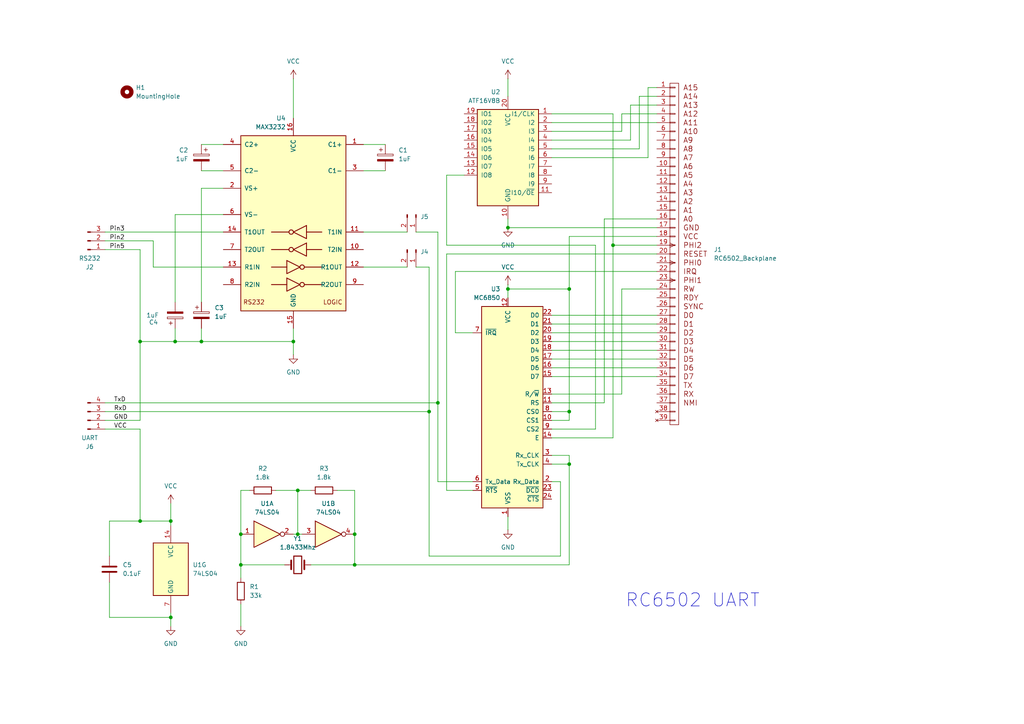
<source format=kicad_sch>
(kicad_sch (version 20231120) (generator "eeschema") (generator_version "8.0")
  (paper "A4")
  (lib_symbols
    (symbol "74xx:74LS04"
      (property "Reference" "U" (at 0 1.27 0))
      (property "Value" "74LS04" (at 0 -1.27 0))
      (symbol "74LS04_1_0"
        (polyline (pts (xy -3.81 3.81) (xy -3.81 -3.81) (xy 3.81 0) (xy -3.81 3.81)) (stroke (width 0.254)) (fill (type background)))
        (pin input line (at -7.62 0 0) (length 3.81) (name "~") (number "1"))
        (pin output inverted (at 7.62 0 180) (length 3.81) (name "~") (number "2"))
      )
      (symbol "74LS04_2_0"
        (polyline (pts (xy -3.81 3.81) (xy -3.81 -3.81) (xy 3.81 0) (xy -3.81 3.81)) (stroke (width 0.254)) (fill (type background)))
        (pin input line (at -7.62 0 0) (length 3.81) (name "~") (number "3"))
        (pin output inverted (at 7.62 0 180) (length 3.81) (name "~") (number "4"))
      )
      (symbol "74LS04_3_0"
        (polyline (pts (xy -3.81 3.81) (xy -3.81 -3.81) (xy 3.81 0) (xy -3.81 3.81)) (stroke (width 0.254)) (fill (type background)))
        (pin input line (at -7.62 0 0) (length 3.81) (name "~") (number "5"))
        (pin output inverted (at 7.62 0 180) (length 3.81) (name "~") (number "6"))
      )
      (symbol "74LS04_4_0"
        (polyline (pts (xy -3.81 3.81) (xy -3.81 -3.81) (xy 3.81 0) (xy -3.81 3.81)) (stroke (width 0.254)) (fill (type background)))
        (pin output inverted (at 7.62 0 180) (length 3.81) (name "~") (number "8"))
        (pin input line (at -7.62 0 0) (length 3.81) (name "~") (number "9"))
      )
      (symbol "74LS04_5_0"
        (polyline (pts (xy -3.81 3.81) (xy -3.81 -3.81) (xy 3.81 0) (xy -3.81 3.81)) (stroke (width 0.254)) (fill (type background)))
        (pin output inverted (at 7.62 0 180) (length 3.81) (name "~") (number "10"))
        (pin input line (at -7.62 0 0) (length 3.81) (name "~") (number "11"))
      )
      (symbol "74LS04_6_0"
        (polyline (pts (xy -3.81 3.81) (xy -3.81 -3.81) (xy 3.81 0) (xy -3.81 3.81)) (stroke (width 0.254)) (fill (type background)))
        (pin output inverted (at 7.62 0 180) (length 3.81) (name "~") (number "12"))
        (pin input line (at -7.62 0 0) (length 3.81) (name "~") (number "13"))
      )
      (symbol "74LS04_7_0"
        (pin power_in line (at 0 12.7 270) (length 5.08) (name "VCC") (number "14"))
        (pin power_in line (at 0 -12.7 90) (length 5.08) (name "GND") (number "7"))
      )
      (symbol "74LS04_7_1"
        (rectangle (start -5.08 7.62) (end 5.08 -7.62) (stroke (width 0.254)) (fill (type background)))
      )
    )
    (symbol "Connector:Conn_01x02_Pin" (pin_names (offset 1.016) hide)
      (property "Reference" "J" (at 0 2.54 0))
      (property "Value" "Conn_01x02_Pin" (at 0 -5.08 0))
      (symbol "Conn_01x02_Pin_1_1"
        (polyline (pts (xy 1.27 -2.54) (xy 0.8636 -2.54)) (stroke (width 0.1524)))
        (polyline (pts (xy 1.27 0) (xy 0.8636 0)) (stroke (width 0.1524)))
        (rectangle (start 0.8636 -2.413) (end 0 -2.667) (stroke (width 0.1524)) (fill (type outline)))
        (rectangle (start 0.8636 0.127) (end 0 -0.127) (stroke (width 0.1524)) (fill (type outline)))
        (pin passive line (at 5.08 0 180) (length 3.81) (name "Pin_1") (number "1"))
        (pin passive line (at 5.08 -2.54 180) (length 3.81) (name "Pin_2") (number "2"))
      )
    )
    (symbol "Connector:Conn_01x03_Pin" (pin_names (offset 1.016) hide)
      (property "Reference" "J" (at 0 5.08 0))
      (property "Value" "Conn_01x03_Pin" (at 0 -5.08 0))
      (symbol "Conn_01x03_Pin_1_1"
        (polyline (pts (xy 1.27 -2.54) (xy 0.8636 -2.54)) (stroke (width 0.1524)))
        (polyline (pts (xy 1.27 0) (xy 0.8636 0)) (stroke (width 0.1524)))
        (polyline (pts (xy 1.27 2.54) (xy 0.8636 2.54)) (stroke (width 0.1524)))
        (rectangle (start 0.8636 -2.413) (end 0 -2.667) (stroke (width 0.1524)) (fill (type outline)))
        (rectangle (start 0.8636 0.127) (end 0 -0.127) (stroke (width 0.1524)) (fill (type outline)))
        (rectangle (start 0.8636 2.667) (end 0 2.413) (stroke (width 0.1524)) (fill (type outline)))
        (pin passive line (at 5.08 2.54 180) (length 3.81) (name "Pin_1") (number "1"))
        (pin passive line (at 5.08 0 180) (length 3.81) (name "Pin_2") (number "2"))
        (pin passive line (at 5.08 -2.54 180) (length 3.81) (name "Pin_3") (number "3"))
      )
    )
    (symbol "Connector:Conn_01x04_Pin" (pin_names (offset 1.016) hide)
      (property "Reference" "J" (at 0 5.08 0))
      (property "Value" "Conn_01x04_Pin" (at 0 -7.62 0))
      (symbol "Conn_01x04_Pin_1_1"
        (polyline (pts (xy 1.27 -5.08) (xy 0.8636 -5.08)) (stroke (width 0.1524)))
        (polyline (pts (xy 1.27 -2.54) (xy 0.8636 -2.54)) (stroke (width 0.1524)))
        (polyline (pts (xy 1.27 0) (xy 0.8636 0)) (stroke (width 0.1524)))
        (polyline (pts (xy 1.27 2.54) (xy 0.8636 2.54)) (stroke (width 0.1524)))
        (rectangle (start 0.8636 -4.953) (end 0 -5.207) (stroke (width 0.1524)) (fill (type outline)))
        (rectangle (start 0.8636 -2.413) (end 0 -2.667) (stroke (width 0.1524)) (fill (type outline)))
        (rectangle (start 0.8636 0.127) (end 0 -0.127) (stroke (width 0.1524)) (fill (type outline)))
        (rectangle (start 0.8636 2.667) (end 0 2.413) (stroke (width 0.1524)) (fill (type outline)))
        (pin passive line (at 5.08 2.54 180) (length 3.81) (name "Pin_1") (number "1"))
        (pin passive line (at 5.08 0 180) (length 3.81) (name "Pin_2") (number "2"))
        (pin passive line (at 5.08 -2.54 180) (length 3.81) (name "Pin_3") (number "3"))
        (pin passive line (at 5.08 -5.08 180) (length 3.81) (name "Pin_4") (number "4"))
      )
    )
    (symbol "Device:C" (pin_numbers hide) (pin_names (offset 0.254))
      (property "Reference" "C" (at 0.635 2.54 0))
      (property "Value" "C" (at 0.635 -2.54 0))
      (symbol "C_0_1"
        (polyline (pts (xy -2.032 -0.762) (xy 2.032 -0.762)) (stroke (width 0.508)))
        (polyline (pts (xy -2.032 0.762) (xy 2.032 0.762)) (stroke (width 0.508)))
      )
      (symbol "C_1_1"
        (pin passive line (at 0 3.81 270) (length 2.794) (name "~") (number "1"))
        (pin passive line (at 0 -3.81 90) (length 2.794) (name "~") (number "2"))
      )
    )
    (symbol "Device:C_Polarized" (pin_numbers hide) (pin_names (offset 0.254))
      (property "Reference" "C" (at 0.635 2.54 0))
      (property "Value" "C_Polarized" (at 0.635 -2.54 0))
      (symbol "C_Polarized_0_1"
        (rectangle (start -2.286 0.508) (end 2.286 1.016))
        (polyline (pts (xy -1.778 2.286) (xy -0.762 2.286)))
        (polyline (pts (xy -1.27 2.794) (xy -1.27 1.778)))
        (rectangle (start 2.286 -0.508) (end -2.286 -1.016) (fill (type outline)))
      )
      (symbol "C_Polarized_1_1"
        (pin passive line (at 0 3.81 270) (length 2.794) (name "~") (number "1"))
        (pin passive line (at 0 -3.81 90) (length 2.794) (name "~") (number "2"))
      )
    )
    (symbol "Device:Crystal" (pin_numbers hide) (pin_names (offset 1.016) hide)
      (property "Reference" "Y" (at 0 3.81 0))
      (property "Value" "Crystal" (at 0 -3.81 0))
      (symbol "Crystal_0_1"
        (rectangle (start -1.143 2.54) (end 1.143 -2.54) (stroke (width 0.3048)))
        (polyline (pts (xy -2.54 0) (xy -1.905 0)))
        (polyline (pts (xy -1.905 -1.27) (xy -1.905 1.27)) (stroke (width 0.508)))
        (polyline (pts (xy 1.905 -1.27) (xy 1.905 1.27)) (stroke (width 0.508)))
        (polyline (pts (xy 2.54 0) (xy 1.905 0)))
      )
      (symbol "Crystal_1_1"
        (pin passive line (at -3.81 0 0) (length 1.27) (name "1") (number "1"))
        (pin passive line (at 3.81 0 180) (length 1.27) (name "2") (number "2"))
      )
    )
    (symbol "Device:R" (pin_numbers hide) (pin_names (offset 0))
      (property "Reference" "R" (at 2.032 0 90))
      (property "Value" "R" (at 0 0 90))
      (symbol "R_0_1"
        (rectangle (start -1.016 -2.54) (end 1.016 2.54) (stroke (width 0.254)))
      )
      (symbol "R_1_1"
        (pin passive line (at 0 3.81 270) (length 1.27) (name "~") (number "1"))
        (pin passive line (at 0 -3.81 90) (length 1.27) (name "~") (number "2"))
      )
    )
    (symbol "Interface_UART:MAX3232" (pin_names (offset 1.016))
      (property "Reference" "U" (at -2.54 28.575 0))
      (property "Value" "MAX3232" (at -2.54 26.67 0))
      (symbol "MAX3232_0_0"
        (text "LOGIC" (at -11.43 -22.86 0) (effects (font (size 1.27 1.27))))
        (text "RS232" (at 11.43 -22.86 0) (effects (font (size 1.27 1.27))))
      )
      (symbol "MAX3232_0_1"
        (rectangle (start -15.24 -25.4) (end 15.24 25.4) (stroke (width 0.254)) (fill (type background)))
        (circle (center -2.54 -17.78) (radius 0.635) (stroke (width 0.254)))
        (circle (center -2.54 -12.7) (radius 0.635) (stroke (width 0.254)))
        (polyline (pts (xy -3.81 -7.62) (xy -8.255 -7.62)) (stroke (width 0.254)))
        (polyline (pts (xy -3.81 -2.54) (xy -8.255 -2.54)) (stroke (width 0.254)))
        (polyline (pts (xy -3.175 -17.78) (xy -8.255 -17.78)) (stroke (width 0.254)))
        (polyline (pts (xy -3.175 -12.7) (xy -8.255 -12.7)) (stroke (width 0.254)))
        (polyline (pts (xy 1.27 -7.62) (xy 6.35 -7.62)) (stroke (width 0.254)))
        (polyline (pts (xy 1.27 -2.54) (xy 6.35 -2.54)) (stroke (width 0.254)))
        (polyline (pts (xy 1.905 -17.78) (xy 6.35 -17.78)) (stroke (width 0.254)))
        (polyline (pts (xy 1.905 -12.7) (xy 6.35 -12.7)) (stroke (width 0.254)))
        (polyline (pts (xy -3.81 -5.715) (xy -3.81 -9.525) (xy 0 -7.62) (xy -3.81 -5.715)) (stroke (width 0.254)))
        (polyline (pts (xy -3.81 -0.635) (xy -3.81 -4.445) (xy 0 -2.54) (xy -3.81 -0.635)) (stroke (width 0.254)))
        (polyline (pts (xy 1.905 -15.875) (xy 1.905 -19.685) (xy -1.905 -17.78) (xy 1.905 -15.875)) (stroke (width 0.254)))
        (polyline (pts (xy 1.905 -10.795) (xy 1.905 -14.605) (xy -1.905 -12.7) (xy 1.905 -10.795)) (stroke (width 0.254)))
        (circle (center 0.635 -7.62) (radius 0.635) (stroke (width 0.254)))
        (circle (center 0.635 -2.54) (radius 0.635) (stroke (width 0.254)))
      )
      (symbol "MAX3232_1_1"
        (pin passive line (at -20.32 22.86 0) (length 5.08) (name "C1+") (number "1"))
        (pin input line (at -20.32 -7.62 0) (length 5.08) (name "T2IN") (number "10"))
        (pin input line (at -20.32 -2.54 0) (length 5.08) (name "T1IN") (number "11"))
        (pin output line (at -20.32 -12.7 0) (length 5.08) (name "R1OUT") (number "12"))
        (pin input line (at 20.32 -12.7 180) (length 5.08) (name "R1IN") (number "13"))
        (pin output line (at 20.32 -2.54 180) (length 5.08) (name "T1OUT") (number "14"))
        (pin power_in line (at 0 -30.48 90) (length 5.08) (name "GND") (number "15"))
        (pin power_in line (at 0 30.48 270) (length 5.08) (name "VCC") (number "16"))
        (pin power_out line (at 20.32 10.16 180) (length 5.08) (name "VS+") (number "2"))
        (pin passive line (at -20.32 15.24 0) (length 5.08) (name "C1-") (number "3"))
        (pin passive line (at 20.32 22.86 180) (length 5.08) (name "C2+") (number "4"))
        (pin passive line (at 20.32 15.24 180) (length 5.08) (name "C2-") (number "5"))
        (pin power_out line (at 20.32 2.54 180) (length 5.08) (name "VS-") (number "6"))
        (pin output line (at 20.32 -7.62 180) (length 5.08) (name "T2OUT") (number "7"))
        (pin input line (at 20.32 -17.78 180) (length 5.08) (name "R2IN") (number "8"))
        (pin output line (at -20.32 -17.78 0) (length 5.08) (name "R2OUT") (number "9"))
      )
    )
    (symbol "Interface_UART:MC6850" (pin_names (offset 1.016))
      (property "Reference" "U" (at -7.366 31.75 0))
      (property "Value" "MC6850" (at 10.414 31.75 0))
      (symbol "MC6850_1_1"
        (rectangle (start -10.16 -27.94) (end 7.62 30.48) (stroke (width 0.254)) (fill (type background)))
        (pin power_in line (at 0 -30.48 90) (length 2.54) (name "VSS") (number "1"))
        (pin input line (at -12.7 -2.54 0) (length 2.54) (name "CS1") (number "10"))
        (pin input line (at -12.7 2.54 0) (length 2.54) (name "RS") (number "11"))
        (pin power_in line (at 0 33.02 270) (length 2.54) (name "VCC") (number "12"))
        (pin input line (at -12.7 5.08 0) (length 2.54) (name "R/~{W}") (number "13"))
        (pin input line (at -12.7 -7.62 0) (length 2.54) (name "E") (number "14"))
        (pin bidirectional line (at -12.7 10.16 0) (length 2.54) (name "D7") (number "15"))
        (pin bidirectional line (at -12.7 12.7 0) (length 2.54) (name "D6") (number "16"))
        (pin bidirectional line (at -12.7 15.24 0) (length 2.54) (name "D5") (number "17"))
        (pin bidirectional line (at -12.7 17.78 0) (length 2.54) (name "D4") (number "18"))
        (pin bidirectional line (at -12.7 20.32 0) (length 2.54) (name "D3") (number "19"))
        (pin input line (at -12.7 -20.32 0) (length 2.54) (name "Rx_Data") (number "2"))
        (pin bidirectional line (at -12.7 22.86 0) (length 2.54) (name "D2") (number "20"))
        (pin bidirectional line (at -12.7 25.4 0) (length 2.54) (name "D1") (number "21"))
        (pin bidirectional line (at -12.7 27.94 0) (length 2.54) (name "D0") (number "22"))
        (pin input line (at -12.7 -22.86 0) (length 2.54) (name "~{DCD}") (number "23"))
        (pin input line (at -12.7 -25.4 0) (length 2.54) (name "~{CTS}") (number "24"))
        (pin input line (at -12.7 -12.7 0) (length 2.54) (name "Rx_CLK") (number "3"))
        (pin input line (at -12.7 -15.24 0) (length 2.54) (name "Tx_CLK") (number "4"))
        (pin output line (at 10.16 -22.86 180) (length 2.54) (name "~{RTS}") (number "5"))
        (pin output line (at 10.16 -20.32 180) (length 2.54) (name "Tx_Data") (number "6"))
        (pin output line (at 10.16 22.86 180) (length 2.54) (name "~{IRQ}") (number "7"))
        (pin input line (at -12.7 0 0) (length 2.54) (name "CS0") (number "8"))
        (pin input line (at -12.7 -5.08 0) (length 2.54) (name "CS2") (number "9"))
      )
    )
    (symbol "Logic_Programmable:GAL16V8" (pin_names (offset 1.016))
      (property "Reference" "U" (at -8.89 16.51 0))
      (property "Value" "GAL16V8" (at 1.27 16.51 0))
      (symbol "GAL16V8_0_0"
        (pin power_in line (at 0 -17.78 90) (length 3.81) (name "GND") (number "10"))
        (pin power_in line (at 0 17.78 270) (length 3.81) (name "VCC") (number "20"))
      )
      (symbol "GAL16V8_0_1"
        (rectangle (start -8.89 13.97) (end 8.89 -13.97) (stroke (width 0.254)) (fill (type background)))
      )
      (symbol "GAL16V8_1_1"
        (pin input line (at -12.7 12.7 0) (length 3.81) (name "I1/CLK") (number "1"))
        (pin input line (at -12.7 -10.16 0) (length 3.81) (name "I10/~{OE}") (number "11"))
        (pin tri_state line (at 12.7 -5.08 180) (length 3.81) (name "IO8") (number "12"))
        (pin tri_state line (at 12.7 -2.54 180) (length 3.81) (name "IO7") (number "13"))
        (pin tri_state line (at 12.7 0 180) (length 3.81) (name "IO6") (number "14"))
        (pin tri_state line (at 12.7 2.54 180) (length 3.81) (name "IO5") (number "15"))
        (pin tri_state line (at 12.7 5.08 180) (length 3.81) (name "IO4") (number "16"))
        (pin tri_state line (at 12.7 7.62 180) (length 3.81) (name "I03") (number "17"))
        (pin tri_state line (at 12.7 10.16 180) (length 3.81) (name "IO2") (number "18"))
        (pin tri_state line (at 12.7 12.7 180) (length 3.81) (name "IO1") (number "19"))
        (pin input line (at -12.7 10.16 0) (length 3.81) (name "I2") (number "2"))
        (pin input line (at -12.7 7.62 0) (length 3.81) (name "I3") (number "3"))
        (pin input line (at -12.7 5.08 0) (length 3.81) (name "I4") (number "4"))
        (pin input line (at -12.7 2.54 0) (length 3.81) (name "I5") (number "5"))
        (pin input line (at -12.7 0 0) (length 3.81) (name "I6") (number "6"))
        (pin input line (at -12.7 -2.54 0) (length 3.81) (name "I7") (number "7"))
        (pin input line (at -12.7 -5.08 0) (length 3.81) (name "I8") (number "8"))
        (pin input line (at -12.7 -7.62 0) (length 3.81) (name "I9") (number "9"))
      )
    )
    (symbol "Mechanical:MountingHole" (pin_names (offset 1.016)) (exclude_from_sim yes) (in_bom no)
      (property "Reference" "H" (at 0 5.08 0))
      (property "Value" "MountingHole" (at 0 3.175 0))
      (symbol "MountingHole_0_1"
        (circle (center 0 0) (radius 1.27) (stroke (width 1.27)))
      )
    )
    (symbol "power:GND" (power) (pin_numbers hide) (pin_names (offset 0) hide)
      (property "Value" "GND" (at 0 -3.81 0))
      (symbol "GND_0_1"
        (polyline (pts (xy 0 0) (xy 0 -1.27) (xy 1.27 -1.27) (xy 0 -2.54) (xy -1.27 -1.27) (xy 0 -1.27)))
      )
      (symbol "GND_1_1"
        (pin power_in line (at 0 0 270) (length 0) (name "~") (number "1"))
      )
    )
    (symbol "power:VCC" (power) (pin_numbers hide) (pin_names (offset 0) hide)
      (property "Value" "VCC" (at 0 3.556 0))
      (symbol "VCC_0_1"
        (polyline (pts (xy -0.762 1.27) (xy 0 2.54)))
        (polyline (pts (xy 0 0) (xy 0 2.54)))
        (polyline (pts (xy 0 2.54) (xy 0.762 1.27)))
      )
      (symbol "VCC_1_1"
        (pin power_in line (at 0 0 90) (length 0) (name "~") (number "1"))
      )
    )
    (symbol "rc6502_backplane:RC6502_Backplane" (pin_names (offset 1.016) hide)
      (property "Reference" "J" (at 0 50.8 0))
      (property "Value" "RC6502_Backplane" (at 11.43 -1.27 90))
      (symbol "RC6502_Backplane_0_0"
        (text "A0" (at 2.54 10.16 0) (effects (font (size 1.524 1.524)) (justify left)))
        (text "A1" (at 2.54 12.7 0) (effects (font (size 1.524 1.524)) (justify left)))
        (text "A10" (at 2.54 35.56 0) (effects (font (size 1.524 1.524)) (justify left)))
        (text "A11" (at 2.54 38.1 0) (effects (font (size 1.524 1.524)) (justify left)))
        (text "A12" (at 2.54 40.64 0) (effects (font (size 1.524 1.524)) (justify left)))
        (text "A13" (at 2.54 43.18 0) (effects (font (size 1.524 1.524)) (justify left)))
        (text "A14" (at 2.54 45.72 0) (effects (font (size 1.524 1.524)) (justify left)))
        (text "A15" (at 2.54 48.26 0) (effects (font (size 1.524 1.524)) (justify left)))
        (text "A2" (at 2.54 15.24 0) (effects (font (size 1.524 1.524)) (justify left)))
        (text "A3" (at 2.54 17.78 0) (effects (font (size 1.524 1.524)) (justify left)))
        (text "A4" (at 2.54 20.32 0) (effects (font (size 1.524 1.524)) (justify left)))
        (text "A5" (at 2.54 22.86 0) (effects (font (size 1.524 1.524)) (justify left)))
        (text "A6" (at 2.54 25.4 0) (effects (font (size 1.524 1.524)) (justify left)))
        (text "A7" (at 2.54 27.94 0) (effects (font (size 1.524 1.524)) (justify left)))
        (text "A8" (at 2.54 30.48 0) (effects (font (size 1.524 1.524)) (justify left)))
        (text "A9" (at 2.54 33.02 0) (effects (font (size 1.524 1.524)) (justify left)))
        (text "D0" (at 2.54 -17.78 0) (effects (font (size 1.524 1.524)) (justify left)))
        (text "D1" (at 2.54 -20.32 0) (effects (font (size 1.524 1.524)) (justify left)))
        (text "D2" (at 2.54 -22.86 0) (effects (font (size 1.524 1.524)) (justify left)))
        (text "D3" (at 2.54 -25.4 0) (effects (font (size 1.524 1.524)) (justify left)))
        (text "D4" (at 2.54 -27.94 0) (effects (font (size 1.524 1.524)) (justify left)))
        (text "D5" (at 2.54 -30.48 0) (effects (font (size 1.524 1.524)) (justify left)))
        (text "D6" (at 2.54 -33.02 0) (effects (font (size 1.524 1.524)) (justify left)))
        (text "D7" (at 2.54 -35.56 0) (effects (font (size 1.524 1.524)) (justify left)))
        (text "GND" (at 2.54 7.62 0) (effects (font (size 1.524 1.524)) (justify left)))
        (text "IRQ" (at 2.54 -5.08 0) (effects (font (size 1.524 1.524)) (justify left)))
        (text "NMI" (at 2.54 -43.18 0) (effects (font (size 1.524 1.524)) (justify left)))
        (text "PHI0" (at 2.54 -2.54 0) (effects (font (size 1.524 1.524)) (justify left)))
        (text "PHI1" (at 2.54 -7.62 0) (effects (font (size 1.524 1.524)) (justify left)))
        (text "PHI2" (at 2.54 2.54 0) (effects (font (size 1.524 1.524)) (justify left)))
        (text "RDY" (at 2.54 -12.7 0) (effects (font (size 1.524 1.524)) (justify left)))
        (text "RESET" (at 2.54 0 0) (effects (font (size 1.524 1.524)) (justify left)))
        (text "RW" (at 2.54 -10.16 0) (effects (font (size 1.524 1.524)) (justify left)))
        (text "RX" (at 2.54 -40.64 0) (effects (font (size 1.524 1.524)) (justify left)))
        (text "SYNC" (at 2.54 -15.24 0) (effects (font (size 1.524 1.524)) (justify left)))
        (text "TX" (at 2.54 -38.1 0) (effects (font (size 1.524 1.524)) (justify left)))
        (text "VCC" (at 2.54 5.08 0) (effects (font (size 1.524 1.524)) (justify left)))
      )
      (symbol "RC6502_Backplane_0_1"
        (rectangle (start -1.27 -49.53) (end 1.27 49.53))
        (rectangle (start -1.27 -48.133) (end 0.254 -48.387))
        (rectangle (start -1.27 -45.593) (end 0.254 -45.847))
        (rectangle (start -1.27 -43.053) (end 0.254 -43.307))
        (rectangle (start -1.27 -40.513) (end 0.254 -40.767))
        (rectangle (start -1.27 -37.973) (end 0.254 -38.227))
        (rectangle (start -1.27 -35.433) (end 0.254 -35.687))
        (rectangle (start -1.27 -32.893) (end 0.254 -33.147))
        (rectangle (start -1.27 -30.353) (end 0.254 -30.607))
        (rectangle (start -1.27 -27.813) (end 0.254 -28.067))
        (rectangle (start -1.27 -25.273) (end 0.254 -25.527))
        (rectangle (start -1.27 -22.733) (end 0.254 -22.987))
        (rectangle (start -1.27 -20.193) (end 0.254 -20.447))
        (rectangle (start -1.27 -17.653) (end 0.254 -17.907))
        (rectangle (start -1.27 -15.113) (end 0.254 -15.367))
        (rectangle (start -1.27 -12.573) (end 0.254 -12.827))
        (rectangle (start -1.27 -10.033) (end 0.254 -10.287))
        (rectangle (start -1.27 -7.493) (end 0.254 -7.747))
        (rectangle (start -1.27 -4.953) (end 0.254 -5.207))
        (rectangle (start -1.27 -2.413) (end 0.254 -2.667))
        (rectangle (start -1.27 0.127) (end 0.254 -0.127))
        (rectangle (start -1.27 2.667) (end 0.254 2.413))
        (rectangle (start -1.27 5.207) (end 0.254 4.953))
        (rectangle (start -1.27 7.747) (end 0.254 7.493))
        (rectangle (start -1.27 10.287) (end 0.254 10.033))
        (rectangle (start -1.27 12.827) (end 0.254 12.573))
        (rectangle (start -1.27 15.367) (end 0.254 15.113))
        (rectangle (start -1.27 17.907) (end 0.254 17.653))
        (rectangle (start -1.27 20.447) (end 0.254 20.193))
        (rectangle (start -1.27 22.987) (end 0.254 22.733))
        (rectangle (start -1.27 25.527) (end 0.254 25.273))
        (rectangle (start -1.27 28.067) (end 0.254 27.813))
        (rectangle (start -1.27 30.607) (end 0.254 30.353))
        (rectangle (start -1.27 33.147) (end 0.254 32.893))
        (rectangle (start -1.27 35.687) (end 0.254 35.433))
        (rectangle (start -1.27 38.227) (end 0.254 37.973))
        (rectangle (start -1.27 40.767) (end 0.254 40.513))
        (rectangle (start -1.27 43.307) (end 0.254 43.053))
        (rectangle (start -1.27 45.847) (end 0.254 45.593))
        (rectangle (start -1.27 48.387) (end 0.254 48.133))
      )
      (symbol "RC6502_Backplane_1_1"
        (pin bidirectional line (at -5.08 48.26 0) (length 3.81) (name "A15") (number "1"))
        (pin bidirectional line (at -5.08 25.4 0) (length 3.81) (name "A6") (number "10"))
        (pin bidirectional line (at -5.08 22.86 0) (length 3.81) (name "A5") (number "11"))
        (pin bidirectional line (at -5.08 20.32 0) (length 3.81) (name "A4") (number "12"))
        (pin bidirectional line (at -5.08 17.78 0) (length 3.81) (name "A3") (number "13"))
        (pin bidirectional line (at -5.08 15.24 0) (length 3.81) (name "A2") (number "14"))
        (pin bidirectional line (at -5.08 12.7 0) (length 3.81) (name "A1") (number "15"))
        (pin bidirectional line (at -5.08 10.16 0) (length 3.81) (name "A0") (number "16"))
        (pin power_out line (at -5.08 7.62 0) (length 3.81) (name "P17") (number "17"))
        (pin power_out line (at -5.08 5.08 0) (length 3.81) (name "P18") (number "18"))
        (pin bidirectional clock (at -5.08 2.54 0) (length 3.81) (name "PHI2") (number "19"))
        (pin bidirectional line (at -5.08 45.72 0) (length 3.81) (name "A14") (number "2"))
        (pin bidirectional line (at -5.08 0 0) (length 3.81) (name "RESET") (number "20"))
        (pin bidirectional clock (at -5.08 -2.54 0) (length 3.81) (name "PHI0") (number "21"))
        (pin bidirectional line (at -5.08 -5.08 0) (length 3.81) (name "IRQ") (number "22"))
        (pin bidirectional clock (at -5.08 -7.62 0) (length 3.81) (name "PHI1") (number "23"))
        (pin bidirectional line (at -5.08 -10.16 0) (length 3.81) (name "RW") (number "24"))
        (pin bidirectional line (at -5.08 -12.7 0) (length 3.81) (name "READY") (number "25"))
        (pin bidirectional line (at -5.08 -15.24 0) (length 3.81) (name "SYNC") (number "26"))
        (pin bidirectional line (at -5.08 -17.78 0) (length 3.81) (name "D0") (number "27"))
        (pin bidirectional line (at -5.08 -20.32 0) (length 3.81) (name "D1") (number "28"))
        (pin bidirectional line (at -5.08 -22.86 0) (length 3.81) (name "D2") (number "29"))
        (pin bidirectional line (at -5.08 43.18 0) (length 3.81) (name "A13") (number "3"))
        (pin bidirectional line (at -5.08 -25.4 0) (length 3.81) (name "D3") (number "30"))
        (pin bidirectional line (at -5.08 -27.94 0) (length 3.81) (name "D4") (number "31"))
        (pin bidirectional line (at -5.08 -30.48 0) (length 3.81) (name "D5") (number "32"))
        (pin bidirectional line (at -5.08 -33.02 0) (length 3.81) (name "D6") (number "33"))
        (pin bidirectional line (at -5.08 -35.56 0) (length 3.81) (name "D7") (number "34"))
        (pin bidirectional line (at -5.08 -38.1 0) (length 3.81) (name "TX") (number "35"))
        (pin bidirectional line (at -5.08 -40.64 0) (length 3.81) (name "RX") (number "36"))
        (pin bidirectional line (at -5.08 -43.18 0) (length 3.81) (name "NMI") (number "37"))
        (pin no_connect line (at -5.08 -45.72 0) (length 3.81) (name "P38") (number "38"))
        (pin no_connect line (at -5.08 -48.26 0) (length 3.81) (name "P39") (number "39"))
        (pin bidirectional line (at -5.08 40.64 0) (length 3.81) (name "A12") (number "4"))
        (pin bidirectional line (at -5.08 38.1 0) (length 3.81) (name "A11") (number "5"))
        (pin bidirectional line (at -5.08 35.56 0) (length 3.81) (name "A10") (number "6"))
        (pin bidirectional line (at -5.08 33.02 0) (length 3.81) (name "A9") (number "7"))
        (pin bidirectional line (at -5.08 30.48 0) (length 3.81) (name "A8") (number "8"))
        (pin bidirectional line (at -5.08 27.94 0) (length 3.81) (name "A7") (number "9"))
      )
    )
  )
  (junction (at 69.85 163.83))
  (junction (at 177.8 71.12))
  (junction (at 165.1 83.82))
  (junction (at 147.32 83.82))
  (junction (at 40.64 151.13))
  (junction (at 165.1 119.38))
  (junction (at 49.53 179.07))
  (junction (at 49.53 151.13))
  (junction (at 85.09 99.06))
  (junction (at 147.32 66.04))
  (junction (at 50.8 99.06))
  (junction (at 58.42 99.06))
  (junction (at 165.1 134.62))
  (junction (at 86.36 142.24))
  (junction (at 40.64 99.06))
  (junction (at 127 116.84))
  (junction (at 102.87 163.83))
  (junction (at 69.85 154.94))
  (junction (at 124.46 119.38))
  (junction (at 102.87 154.94))
  (junction (at 86.36 154.94))
  (wire (pts (xy 129.54 142.24) (xy 137.16 142.24)))
  (wire (pts (xy 185.42 27.94) (xy 190.5 27.94)))
  (wire (pts (xy 147.32 82.55) (xy 147.32 83.82)))
  (wire (pts (xy 69.85 163.83) (xy 69.85 154.94)))
  (wire (pts (xy 160.02 116.84) (xy 175.26 116.84)))
  (wire (pts (xy 69.85 163.83) (xy 82.55 163.83)))
  (wire (pts (xy 97.79 142.24) (xy 102.87 142.24)))
  (wire (pts (xy 58.42 54.61) (xy 58.42 87.63)))
  (wire (pts (xy 129.54 71.12) (xy 172.72 71.12)))
  (wire (pts (xy 44.45 69.85) (xy 44.45 77.47)))
  (wire (pts (xy 147.32 66.04) (xy 190.5 66.04)))
  (wire (pts (xy 49.53 179.07) (xy 49.53 181.61)))
  (wire (pts (xy 160.02 35.56) (xy 190.5 35.56)))
  (wire (pts (xy 31.75 179.07) (xy 49.53 179.07)))
  (wire (pts (xy 31.75 161.29) (xy 31.75 151.13)))
  (wire (pts (xy 90.17 163.83) (xy 102.87 163.83)))
  (wire (pts (xy 105.41 41.91) (xy 111.76 41.91)))
  (wire (pts (xy 80.01 142.24) (xy 86.36 142.24)))
  (wire (pts (xy 190.5 83.82) (xy 180.34 83.82)))
  (wire (pts (xy 40.64 99.06) (xy 50.8 99.06)))
  (wire (pts (xy 134.62 50.8) (xy 129.54 50.8)))
  (wire (pts (xy 58.42 49.53) (xy 64.77 49.53)))
  (wire (pts (xy 50.8 62.23) (xy 50.8 87.63)))
  (wire (pts (xy 105.41 67.31) (xy 118.11 67.31)))
  (wire (pts (xy 129.54 50.8) (xy 129.54 71.12)))
  (wire (pts (xy 160.02 45.72) (xy 187.96 45.72)))
  (wire (pts (xy 49.53 146.05) (xy 49.53 151.13)))
  (wire (pts (xy 175.26 63.5) (xy 190.5 63.5)))
  (wire (pts (xy 85.09 95.25) (xy 85.09 99.06)))
  (wire (pts (xy 187.96 25.4) (xy 190.5 25.4)))
  (wire (pts (xy 40.64 72.39) (xy 40.64 99.06)))
  (wire (pts (xy 162.56 161.29) (xy 162.56 139.7)))
  (wire (pts (xy 162.56 139.7) (xy 160.02 139.7)))
  (wire (pts (xy 85.09 99.06) (xy 85.09 102.87)))
  (wire (pts (xy 160.02 114.3) (xy 180.34 114.3)))
  (wire (pts (xy 127 116.84) (xy 127 139.7)))
  (wire (pts (xy 175.26 116.84) (xy 175.26 63.5)))
  (wire (pts (xy 185.42 43.18) (xy 185.42 27.94)))
  (wire (pts (xy 165.1 68.58) (xy 165.1 83.82)))
  (wire (pts (xy 50.8 99.06) (xy 58.42 99.06)))
  (wire (pts (xy 69.85 154.94) (xy 69.85 142.24)))
  (wire (pts (xy 58.42 41.91) (xy 64.77 41.91)))
  (wire (pts (xy 30.48 67.31) (xy 64.77 67.31)))
  (wire (pts (xy 190.5 71.12) (xy 177.8 71.12)))
  (wire (pts (xy 50.8 62.23) (xy 64.77 62.23)))
  (wire (pts (xy 165.1 132.08) (xy 165.1 134.62)))
  (wire (pts (xy 190.5 78.74) (xy 132.08 78.74)))
  (wire (pts (xy 165.1 119.38) (xy 165.1 83.82)))
  (wire (pts (xy 190.5 68.58) (xy 165.1 68.58)))
  (wire (pts (xy 102.87 142.24) (xy 102.87 154.94)))
  (wire (pts (xy 129.54 73.66) (xy 129.54 142.24)))
  (wire (pts (xy 180.34 33.02) (xy 190.5 33.02)))
  (wire (pts (xy 160.02 109.22) (xy 190.5 109.22)))
  (wire (pts (xy 160.02 99.06) (xy 190.5 99.06)))
  (wire (pts (xy 180.34 83.82) (xy 180.34 114.3)))
  (wire (pts (xy 105.41 49.53) (xy 111.76 49.53)))
  (wire (pts (xy 160.02 101.6) (xy 190.5 101.6)))
  (wire (pts (xy 124.46 77.47) (xy 124.46 119.38)))
  (wire (pts (xy 160.02 106.68) (xy 190.5 106.68)))
  (wire (pts (xy 165.1 121.92) (xy 165.1 119.38)))
  (wire (pts (xy 31.75 168.91) (xy 31.75 179.07)))
  (wire (pts (xy 165.1 134.62) (xy 165.1 163.83)))
  (wire (pts (xy 187.96 45.72) (xy 187.96 25.4)))
  (wire (pts (xy 177.8 71.12) (xy 177.8 33.02)))
  (wire (pts (xy 50.8 95.25) (xy 50.8 99.06)))
  (wire (pts (xy 69.85 175.26) (xy 69.85 181.61)))
  (wire (pts (xy 85.09 22.86) (xy 85.09 34.29)))
  (wire (pts (xy 120.65 77.47) (xy 124.46 77.47)))
  (wire (pts (xy 30.48 119.38) (xy 124.46 119.38)))
  (wire (pts (xy 124.46 119.38) (xy 124.46 161.29)))
  (wire (pts (xy 30.48 72.39) (xy 40.64 72.39)))
  (wire (pts (xy 30.48 116.84) (xy 127 116.84)))
  (wire (pts (xy 182.88 40.64) (xy 182.88 30.48)))
  (wire (pts (xy 160.02 119.38) (xy 165.1 119.38)))
  (wire (pts (xy 85.09 154.94) (xy 86.36 154.94)))
  (wire (pts (xy 69.85 142.24) (xy 72.39 142.24)))
  (wire (pts (xy 172.72 124.46) (xy 160.02 124.46)))
  (wire (pts (xy 165.1 163.83) (xy 102.87 163.83)))
  (wire (pts (xy 160.02 93.98) (xy 190.5 93.98)))
  (wire (pts (xy 86.36 142.24) (xy 86.36 154.94)))
  (wire (pts (xy 58.42 99.06) (xy 85.09 99.06)))
  (wire (pts (xy 180.34 38.1) (xy 180.34 33.02)))
  (wire (pts (xy 49.53 151.13) (xy 49.53 152.4)))
  (wire (pts (xy 160.02 134.62) (xy 165.1 134.62)))
  (wire (pts (xy 132.08 96.52) (xy 137.16 96.52)))
  (wire (pts (xy 31.75 151.13) (xy 40.64 151.13)))
  (wire (pts (xy 165.1 83.82) (xy 147.32 83.82)))
  (wire (pts (xy 124.46 161.29) (xy 162.56 161.29)))
  (wire (pts (xy 160.02 104.14) (xy 190.5 104.14)))
  (wire (pts (xy 40.64 151.13) (xy 49.53 151.13)))
  (wire (pts (xy 147.32 63.5) (xy 147.32 66.04)))
  (wire (pts (xy 30.48 69.85) (xy 44.45 69.85)))
  (wire (pts (xy 160.02 127) (xy 177.8 127)))
  (wire (pts (xy 44.45 77.47) (xy 64.77 77.47)))
  (wire (pts (xy 160.02 40.64) (xy 182.88 40.64)))
  (wire (pts (xy 147.32 149.86) (xy 147.32 153.67)))
  (wire (pts (xy 127 67.31) (xy 127 116.84)))
  (wire (pts (xy 160.02 121.92) (xy 165.1 121.92)))
  (wire (pts (xy 182.88 30.48) (xy 190.5 30.48)))
  (wire (pts (xy 30.48 121.92) (xy 40.64 121.92)))
  (wire (pts (xy 160.02 96.52) (xy 190.5 96.52)))
  (wire (pts (xy 30.48 124.46) (xy 40.64 124.46)))
  (wire (pts (xy 58.42 54.61) (xy 64.77 54.61)))
  (wire (pts (xy 160.02 43.18) (xy 185.42 43.18)))
  (wire (pts (xy 190.5 73.66) (xy 129.54 73.66)))
  (wire (pts (xy 132.08 78.74) (xy 132.08 96.52)))
  (wire (pts (xy 49.53 177.8) (xy 49.53 179.07)))
  (wire (pts (xy 58.42 95.25) (xy 58.42 99.06)))
  (wire (pts (xy 160.02 91.44) (xy 190.5 91.44)))
  (wire (pts (xy 177.8 127) (xy 177.8 71.12)))
  (wire (pts (xy 86.36 142.24) (xy 90.17 142.24)))
  (wire (pts (xy 147.32 83.82) (xy 147.32 86.36)))
  (wire (pts (xy 102.87 163.83) (xy 102.87 154.94)))
  (wire (pts (xy 160.02 33.02) (xy 177.8 33.02)))
  (wire (pts (xy 160.02 132.08) (xy 165.1 132.08)))
  (wire (pts (xy 172.72 71.12) (xy 172.72 124.46)))
  (wire (pts (xy 147.32 22.86) (xy 147.32 27.94)))
  (wire (pts (xy 120.65 67.31) (xy 127 67.31)))
  (wire (pts (xy 127 139.7) (xy 137.16 139.7)))
  (wire (pts (xy 40.64 121.92) (xy 40.64 99.06)))
  (wire (pts (xy 105.41 77.47) (xy 118.11 77.47)))
  (wire (pts (xy 86.36 154.94) (xy 87.63 154.94)))
  (wire (pts (xy 160.02 38.1) (xy 180.34 38.1)))
  (wire (pts (xy 69.85 163.83) (xy 69.85 167.64)))
  (wire (pts (xy 40.64 124.46) (xy 40.64 151.13)))
  (text "RC6502 UART" (at 200.914 174.244 0) (effects (font (size 3.81 3.81))))
  (label "GND" (at 33.02 121.92 0))
  (label "VCC" (at 33.02 124.46 0))
  (label "TxD" (at 33.02 116.84 0))
  (label "Pin2" (at 31.75 69.85 0))
  (label "RxD" (at 33.02 119.38 0))
  (label "Pin3" (at 31.75 67.31 0))
  (label "Pin5" (at 31.75 72.39 0))
  (symbol (lib_id "Device:R") (at 93.98 142.24 90) (unit 1)
    (property "Reference" "R3" (at 93.98 135.89 90))
    (property "Value" "1.8k" (at 93.98 138.43 90))
    (property "Footprint" "Resistor_THT:R_Axial_DIN0207_L6.3mm_D2.5mm_P10.16mm_Horizontal" (effects (hide yes)))
    (property "Description" "Resistor" (effects (hide yes)))
  )
  (symbol (lib_id "power:VCC") (at 147.32 22.86 0) (unit 1)
    (property "Reference" "#PWR02" (effects (hide yes)))
    (property "Value" "VCC" (at 147.32 17.78 0))
    (property "Description" "Power symbol creates a global label with name \"VCC\"" (effects (hide yes)))
  )
  (symbol (lib_id "Connector:Conn_01x04_Pin") (at 25.4 121.92 0) (mirror x) (unit 1)
    (property "Reference" "J6" (at 26.035 129.54 0))
    (property "Value" "UART" (at 26.035 127 0))
    (property "Footprint" "Connector_PinSocket_2.54mm:PinSocket_1x04_P2.54mm_Vertical" (effects (hide yes)))
    (property "Description" "Generic connector, single row, 01x04, script generated" (effects (hide yes)))
  )
  (symbol (lib_id "Device:R") (at 69.85 171.45 180) (unit 1)
    (property "Reference" "R1" (at 72.39 170.1799 0) (effects (justify right)))
    (property "Value" "33k" (at 72.39 172.7199 0) (effects (justify right)))
    (property "Footprint" "Resistor_THT:R_Axial_DIN0207_L6.3mm_D2.5mm_P10.16mm_Horizontal" (effects (hide yes)))
    (property "Description" "Resistor" (effects (hide yes)))
  )
  (symbol (lib_id "Device:C_Polarized") (at 58.42 45.72 0) (mirror y) (unit 1)
    (property "Reference" "C2" (at 54.61 43.5609 0) (effects (justify left)))
    (property "Value" "1uF" (at 54.61 46.1009 0) (effects (justify left)))
    (property "Footprint" "Capacitor_THT:C_Disc_D4.3mm_W1.9mm_P5.00mm" (effects (hide yes)))
    (property "Description" "Polarized capacitor" (effects (hide yes)))
  )
  (symbol (lib_id "Device:C_Polarized") (at 111.76 45.72 0) (unit 1)
    (property "Reference" "C1" (at 115.57 43.5609 0) (effects (justify left)))
    (property "Value" "1uF" (at 115.57 46.1009 0) (effects (justify left)))
    (property "Footprint" "Capacitor_THT:C_Disc_D4.3mm_W1.9mm_P5.00mm" (effects (hide yes)))
    (property "Description" "Polarized capacitor" (effects (hide yes)))
  )
  (symbol (lib_id "rc6502_backplane:RC6502_Backplane") (at 195.58 73.66 0) (unit 1)
    (property "Reference" "J1" (at 207.01 72.3899 0) (effects (justify left)))
    (property "Value" "RC6502_Backplane" (at 207.01 74.9299 0) (effects (justify left)))
    (property "Footprint" "Connector_PinSocket_2.54mm:PinSocket_1x39_P2.54mm_Vertical" (effects (hide yes)))
  )
  (symbol (lib_id "Interface_UART:MAX3232") (at 85.09 64.77 0) (mirror y) (unit 1)
    (property "Reference" "U4" (at 82.8959 34.29 0) (effects (justify left)))
    (property "Value" "MAX3232" (at 82.8959 36.83 0) (effects (justify left)))
    (property "Footprint" "Package_DIP:DIP-16_W7.62mm" (effects (hide yes)))
    (property "Datasheet" "https://datasheets.maximintegrated.com/en/ds/MAX3222-MAX3241.pdf" (effects (hide yes)))
    (property "Description" "3.0V to 5.5V, Low-Power, up to 1Mbps, True RS-232 Transceivers Using Four 0.1μF External Capacitors" (effects (hide yes)))
  )
  (symbol (lib_id "Connector:Conn_01x02_Pin") (at 120.65 72.39 270) (unit 1)
    (property "Reference" "J4" (at 121.92 73.0249 90) (effects (justify left)))
    (property "Value" "Conn_01x02_Pin" (effects (hide yes)))
    (property "Footprint" "Connector_PinSocket_2.54mm:PinSocket_1x02_P2.54mm_Vertical" (effects (hide yes)))
    (property "Description" "Generic connector, single row, 01x02, script generated" (effects (hide yes)))
  )
  (symbol (lib_id "power:GND") (at 69.85 181.61 0) (unit 1)
    (property "Reference" "#PWR01" (effects (hide yes)))
    (property "Value" "GND" (at 69.85 186.69 0))
    (property "Description" "Power symbol creates a global label with name \"GND\" , ground" (effects (hide yes)))
  )
  (symbol (lib_id "Mechanical:MountingHole") (at 36.83 26.67 0) (unit 1) (exclude_from_sim yes) (in_bom no)
    (property "Reference" "H1" (at 39.37 25.3999 0) (effects (justify left)))
    (property "Value" "MountingHole" (at 39.37 27.9399 0) (effects (justify left)))
    (property "Footprint" "MountingHole:MountingHole_2.1mm" (effects (hide yes)))
    (property "Description" "Mounting Hole without connection" (effects (hide yes)))
  )
  (symbol (lib_id "power:GND") (at 147.32 66.04 0) (unit 1)
    (property "Reference" "#PWR03" (effects (hide yes)))
    (property "Value" "GND" (at 147.32 71.12 0))
    (property "Description" "Power symbol creates a global label with name \"GND\" , ground" (effects (hide yes)))
  )
  (symbol (lib_id "74xx:74LS04") (at 77.47 154.94 0) (unit 1)
    (property "Reference" "U1" (at 77.47 146.05 0))
    (property "Value" "74LS04" (at 77.47 148.59 0))
    (property "Footprint" "Package_DIP:DIP-14_W7.62mm_LongPads" (effects (hide yes)))
    (property "Datasheet" "http://www.ti.com/lit/gpn/sn74LS04" (effects (hide yes)))
    (property "Description" "Hex Inverter" (effects (hide yes)))
  )
  (symbol (lib_id "power:GND") (at 85.09 102.87 0) (unit 1)
    (property "Reference" "#PWR07" (effects (hide yes)))
    (property "Value" "GND" (at 85.09 107.95 0))
    (property "Description" "Power symbol creates a global label with name \"GND\" , ground" (effects (hide yes)))
  )
  (symbol (lib_id "Interface_UART:MC6850") (at 147.32 119.38 0) (mirror y) (unit 1)
    (property "Reference" "U3" (at 145.1259 83.82 0) (effects (justify left)))
    (property "Value" "MC6850" (at 145.1259 86.36 0) (effects (justify left)))
    (property "Footprint" "Package_DIP:DIP-24_W15.24mm" (effects (hide yes)))
    (property "Datasheet" "http://pdf.datasheetcatalog.com/datasheet/motorola/MC6850.pdf" (effects (hide yes)))
    (property "Description" "Asynchronous Communications Interface Adapter 1MHz, DIP-40" (effects (hide yes)))
  )
  (symbol (lib_id "Device:Crystal") (at 86.36 163.83 0) (unit 1)
    (property "Reference" "Y1" (at 86.36 156.21 0))
    (property "Value" "1.8433Mhz" (at 86.36 158.75 0))
    (property "Footprint" "Crystal:Crystal_HC49-U_Horizontal" (effects (hide yes)))
    (property "Description" "Two pin crystal" (effects (hide yes)))
  )
  (symbol (lib_id "power:VCC") (at 85.09 22.86 0) (unit 1)
    (property "Reference" "#PWR06" (effects (hide yes)))
    (property "Value" "VCC" (at 85.09 17.78 0))
    (property "Description" "Power symbol creates a global label with name \"VCC\"" (effects (hide yes)))
  )
  (symbol (lib_id "74xx:74LS04") (at 95.25 154.94 0) (unit 2)
    (property "Reference" "U1" (at 95.25 146.05 0))
    (property "Value" "74LS04" (at 95.25 148.59 0))
    (property "Footprint" "Package_DIP:DIP-14_W7.62mm_LongPads" (effects (hide yes)))
    (property "Datasheet" "http://www.ti.com/lit/gpn/sn74LS04" (effects (hide yes)))
    (property "Description" "Hex Inverter" (effects (hide yes)))
  )
  (symbol (lib_id "Device:R") (at 76.2 142.24 90) (unit 1)
    (property "Reference" "R2" (at 76.2 135.89 90))
    (property "Value" "1.8k" (at 76.2 138.43 90))
    (property "Footprint" "Resistor_THT:R_Axial_DIN0207_L6.3mm_D2.5mm_P10.16mm_Horizontal" (effects (hide yes)))
    (property "Description" "Resistor" (effects (hide yes)))
  )
  (symbol (lib_id "Connector:Conn_01x03_Pin") (at 25.4 69.85 0) (mirror x) (unit 1)
    (property "Reference" "J2" (at 26.035 77.47 0))
    (property "Value" "RS232" (at 26.035 74.93 0))
    (property "Footprint" "Connector_PinSocket_2.54mm:PinSocket_1x03_P2.54mm_Vertical" (effects (hide yes)))
    (property "Description" "Generic connector, single row, 01x03, script generated" (effects (hide yes)))
  )
  (symbol (lib_id "power:GND") (at 49.53 181.61 0) (unit 1)
    (property "Reference" "#PWR09" (effects (hide yes)))
    (property "Value" "GND" (at 49.53 186.69 0))
    (property "Description" "Power symbol creates a global label with name \"GND\" , ground" (effects (hide yes)))
  )
  (symbol (lib_id "Device:C_Polarized") (at 58.42 91.44 0) (unit 1)
    (property "Reference" "C3" (at 62.23 89.2809 0) (effects (justify left)))
    (property "Value" "1uF" (at 62.23 91.8209 0) (effects (justify left)))
    (property "Footprint" "Capacitor_THT:C_Disc_D4.3mm_W1.9mm_P5.00mm" (effects (hide yes)))
    (property "Description" "Polarized capacitor" (effects (hide yes)))
  )
  (symbol (lib_id "Logic_Programmable:GAL16V8") (at 147.32 45.72 0) (mirror y) (unit 1)
    (property "Reference" "U2" (at 145.1259 26.67 0) (effects (justify left)))
    (property "Value" "ATF16V8B" (at 145.1259 29.21 0) (effects (justify left)))
    (property "Footprint" "Package_DIP:DIP-20_W7.62mm_LongPads" (effects (hide yes)))
    (property "Description" "Programmable Logic Array, DIP-20/SOIC-20/PLCC-20" (effects (hide yes)))
  )
  (symbol (lib_id "power:VCC") (at 49.53 146.05 0) (unit 1)
    (property "Reference" "#PWR08" (effects (hide yes)))
    (property "Value" "VCC" (at 49.53 140.97 0))
    (property "Description" "Power symbol creates a global label with name \"VCC\"" (effects (hide yes)))
  )
  (symbol (lib_id "Device:C_Polarized") (at 50.8 91.44 0) (mirror x) (unit 1)
    (property "Reference" "C4" (at 43.18 93.472 0) (effects (justify left)))
    (property "Value" "1uF" (at 42.418 91.44 0) (effects (justify left)))
    (property "Footprint" "Capacitor_THT:C_Disc_D4.3mm_W1.9mm_P5.00mm" (effects (hide yes)))
    (property "Description" "Polarized capacitor" (effects (hide yes)))
  )
  (symbol (lib_id "Device:C") (at 31.75 165.1 0) (unit 1)
    (property "Reference" "C5" (at 35.56 163.8299 0) (effects (justify left)))
    (property "Value" "0.1uF" (at 35.56 166.3699 0) (effects (justify left)))
    (property "Footprint" "Capacitor_THT:C_Disc_D4.3mm_W1.9mm_P5.00mm" (effects (hide yes)))
    (property "Description" "Unpolarized capacitor" (effects (hide yes)))
  )
  (symbol (lib_id "power:VCC") (at 147.32 82.55 0) (unit 1)
    (property "Reference" "#PWR04" (effects (hide yes)))
    (property "Value" "VCC" (at 147.32 77.47 0))
    (property "Description" "Power symbol creates a global label with name \"VCC\"" (effects (hide yes)))
  )
  (symbol (lib_id "Connector:Conn_01x02_Pin") (at 120.65 62.23 270) (unit 1)
    (property "Reference" "J5" (at 121.92 62.8649 90) (effects (justify left)))
    (property "Value" "Conn_01x02_Pin" (effects (hide yes)))
    (property "Footprint" "Connector_PinSocket_2.54mm:PinSocket_1x02_P2.54mm_Vertical" (effects (hide yes)))
    (property "Description" "Generic connector, single row, 01x02, script generated" (effects (hide yes)))
  )
  (symbol (lib_id "power:GND") (at 147.32 153.67 0) (unit 1)
    (property "Reference" "#PWR05" (effects (hide yes)))
    (property "Value" "GND" (at 147.32 158.75 0))
    (property "Description" "Power symbol creates a global label with name \"GND\" , ground" (effects (hide yes)))
  )
  (symbol (lib_id "74xx:74LS04") (at 49.53 165.1 0) (unit 7)
    (property "Reference" "U1" (at 55.88 163.8299 0) (effects (justify left)))
    (property "Value" "74LS04" (at 55.88 166.3699 0) (effects (justify left)))
    (property "Footprint" "Package_DIP:DIP-14_W7.62mm_LongPads" (effects (hide yes)))
    (property "Datasheet" "http://www.ti.com/lit/gpn/sn74LS04" (effects (hide yes)))
    (property "Description" "Hex Inverter" (effects (hide yes)))
  )
)
</source>
